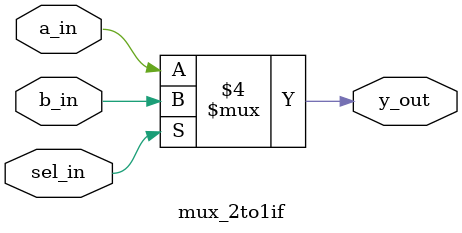
<source format=v>
`timescale 1ns / 1ps


module mux_2to1if(input a_in,b_in,sel_in,output reg y_out);
always @ (a_in,b_in,sel_in)
begin
if (sel_in==1'b1)
y_out=b_in;
else
y_out=a_in;
end
endmodule

</source>
